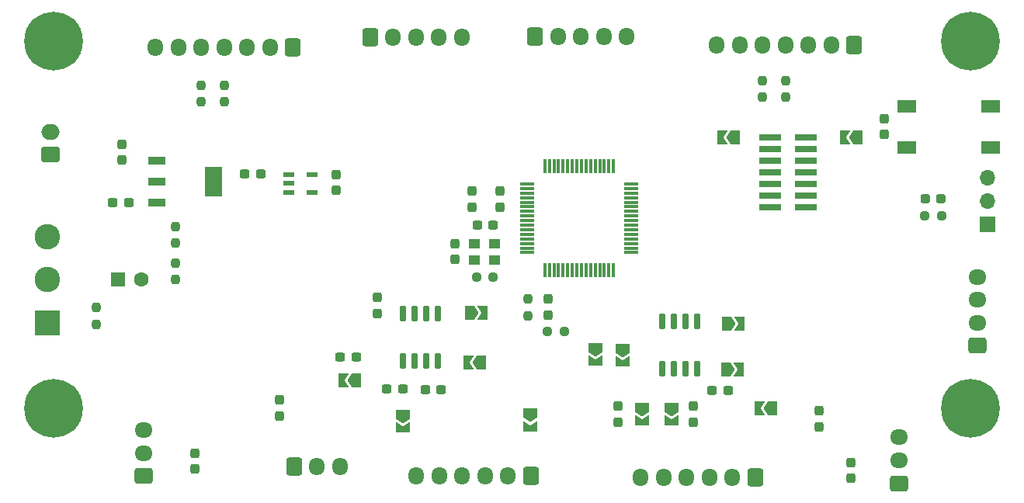
<source format=gbr>
%TF.GenerationSoftware,KiCad,Pcbnew,(6.0.7)*%
%TF.CreationDate,2022-10-27T14:16:22+02:00*%
%TF.ProjectId,Projet,50726f6a-6574-42e6-9b69-6361645f7063,1.0*%
%TF.SameCoordinates,Original*%
%TF.FileFunction,Soldermask,Top*%
%TF.FilePolarity,Negative*%
%FSLAX46Y46*%
G04 Gerber Fmt 4.6, Leading zero omitted, Abs format (unit mm)*
G04 Created by KiCad (PCBNEW (6.0.7)) date 2022-10-27 14:16:22*
%MOMM*%
%LPD*%
G01*
G04 APERTURE LIST*
G04 Aperture macros list*
%AMRoundRect*
0 Rectangle with rounded corners*
0 $1 Rounding radius*
0 $2 $3 $4 $5 $6 $7 $8 $9 X,Y pos of 4 corners*
0 Add a 4 corners polygon primitive as box body*
4,1,4,$2,$3,$4,$5,$6,$7,$8,$9,$2,$3,0*
0 Add four circle primitives for the rounded corners*
1,1,$1+$1,$2,$3*
1,1,$1+$1,$4,$5*
1,1,$1+$1,$6,$7*
1,1,$1+$1,$8,$9*
0 Add four rect primitives between the rounded corners*
20,1,$1+$1,$2,$3,$4,$5,0*
20,1,$1+$1,$4,$5,$6,$7,0*
20,1,$1+$1,$6,$7,$8,$9,0*
20,1,$1+$1,$8,$9,$2,$3,0*%
%AMFreePoly0*
4,1,6,0.500000,-0.750000,-0.650000,-0.750000,-0.150000,0.000000,-0.650000,0.750000,0.500000,0.750000,0.500000,-0.750000,0.500000,-0.750000,$1*%
%AMFreePoly1*
4,1,6,1.000000,0.000000,0.500000,-0.750000,-0.500000,-0.750000,-0.500000,0.750000,0.500000,0.750000,1.000000,0.000000,1.000000,0.000000,$1*%
G04 Aperture macros list end*
%ADD10O,1.950000X1.700000*%
%ADD11RoundRect,0.250000X0.725000X-0.600000X0.725000X0.600000X-0.725000X0.600000X-0.725000X-0.600000X0*%
%ADD12R,2.775000X2.775000*%
%ADD13C,2.775000*%
%ADD14RoundRect,0.237500X0.237500X-0.300000X0.237500X0.300000X-0.237500X0.300000X-0.237500X-0.300000X0*%
%ADD15RoundRect,0.237500X0.237500X-0.250000X0.237500X0.250000X-0.237500X0.250000X-0.237500X-0.250000X0*%
%ADD16RoundRect,0.237500X0.300000X0.237500X-0.300000X0.237500X-0.300000X-0.237500X0.300000X-0.237500X0*%
%ADD17FreePoly0,270.000000*%
%ADD18FreePoly1,270.000000*%
%ADD19R,2.400000X0.740000*%
%ADD20RoundRect,0.237500X-0.237500X0.250000X-0.237500X-0.250000X0.237500X-0.250000X0.237500X0.250000X0*%
%ADD21RoundRect,0.237500X-0.237500X0.300000X-0.237500X-0.300000X0.237500X-0.300000X0.237500X0.300000X0*%
%ADD22RoundRect,0.237500X-0.300000X-0.237500X0.300000X-0.237500X0.300000X0.237500X-0.300000X0.237500X0*%
%ADD23FreePoly1,180.000000*%
%ADD24FreePoly0,180.000000*%
%ADD25RoundRect,0.237500X0.250000X0.237500X-0.250000X0.237500X-0.250000X-0.237500X0.250000X-0.237500X0*%
%ADD26RoundRect,0.250000X0.600000X0.725000X-0.600000X0.725000X-0.600000X-0.725000X0.600000X-0.725000X0*%
%ADD27O,1.700000X1.950000*%
%ADD28FreePoly1,0.000000*%
%ADD29FreePoly0,0.000000*%
%ADD30R,1.300000X1.000000*%
%ADD31RoundRect,0.075000X-0.700000X-0.075000X0.700000X-0.075000X0.700000X0.075000X-0.700000X0.075000X0*%
%ADD32RoundRect,0.075000X-0.075000X-0.700000X0.075000X-0.700000X0.075000X0.700000X-0.075000X0.700000X0*%
%ADD33C,0.800000*%
%ADD34C,6.400000*%
%ADD35R,1.200000X0.600000*%
%ADD36RoundRect,0.150000X0.150000X-0.725000X0.150000X0.725000X-0.150000X0.725000X-0.150000X-0.725000X0*%
%ADD37R,2.100000X1.400000*%
%ADD38RoundRect,0.250000X-0.600000X-0.725000X0.600000X-0.725000X0.600000X0.725000X-0.600000X0.725000X0*%
%ADD39R,1.700000X1.700000*%
%ADD40O,1.700000X1.700000*%
%ADD41R,1.850000X3.200000*%
%ADD42R,1.850000X0.900000*%
%ADD43RoundRect,0.250000X0.750000X-0.600000X0.750000X0.600000X-0.750000X0.600000X-0.750000X-0.600000X0*%
%ADD44O,2.000000X1.700000*%
%ADD45C,1.600000*%
%ADD46R,1.600000X1.600000*%
%ADD47RoundRect,0.237500X0.237500X-0.287500X0.237500X0.287500X-0.237500X0.287500X-0.237500X-0.287500X0*%
%ADD48RoundRect,0.237500X-0.287500X-0.237500X0.287500X-0.237500X0.287500X0.237500X-0.287500X0.237500X0*%
G04 APERTURE END LIST*
D10*
%TO.C,J601*%
X200775000Y-125700000D03*
X200775000Y-128200000D03*
X200775000Y-130700000D03*
D11*
X200775000Y-133200000D03*
%TD*%
D12*
%TO.C,S501*%
X99300000Y-130700000D03*
D13*
X99300000Y-126000000D03*
X99300000Y-121300000D03*
%TD*%
D14*
%TO.C,C204*%
X148650000Y-116337500D03*
X148650000Y-118062500D03*
%TD*%
D15*
%TO.C,R403*%
X116100000Y-106612500D03*
X116100000Y-104787500D03*
%TD*%
%TO.C,R502*%
X113300000Y-122012500D03*
X113300000Y-120187500D03*
%TD*%
D16*
%TO.C,C502*%
X108162500Y-117600000D03*
X106437500Y-117600000D03*
%TD*%
D17*
%TO.C,JP304*%
X167400000Y-141375000D03*
D18*
X167400000Y-139925000D03*
%TD*%
D19*
%TO.C,J201*%
X182000000Y-118110000D03*
X178100000Y-118110000D03*
X182000000Y-116840000D03*
X178100000Y-116840000D03*
X182000000Y-115570000D03*
X178100000Y-115570000D03*
X182000000Y-114300000D03*
X178100000Y-114300000D03*
X182000000Y-113030000D03*
X178100000Y-113030000D03*
X182000000Y-111760000D03*
X178100000Y-111760000D03*
X182000000Y-110490000D03*
X178100000Y-110490000D03*
%TD*%
D20*
%TO.C,R202*%
X151700000Y-128087500D03*
X151700000Y-129912500D03*
%TD*%
D21*
%TO.C,C201*%
X190600000Y-110162500D03*
X190600000Y-108437500D03*
%TD*%
D22*
%TO.C,C304*%
X171800000Y-138100000D03*
X173525000Y-138100000D03*
%TD*%
D23*
%TO.C,JP206*%
X146650000Y-135000000D03*
D24*
X145200000Y-135000000D03*
%TD*%
D25*
%TO.C,R203*%
X146087500Y-125700000D03*
X147912500Y-125700000D03*
%TD*%
D23*
%TO.C,JP210*%
X174300000Y-110500000D03*
D24*
X172850000Y-110500000D03*
%TD*%
D26*
%TO.C,J302*%
X176500000Y-147525000D03*
D27*
X174000000Y-147525000D03*
X171500000Y-147525000D03*
X169000000Y-147525000D03*
X166500000Y-147525000D03*
X164000000Y-147525000D03*
%TD*%
D15*
%TO.C,R402*%
X179800000Y-106112500D03*
X179800000Y-104287500D03*
%TD*%
D28*
%TO.C,JP203*%
X145375000Y-129600000D03*
D29*
X146825000Y-129600000D03*
%TD*%
D15*
%TO.C,R404*%
X118600000Y-106612500D03*
X118600000Y-104787500D03*
%TD*%
D14*
%TO.C,C401*%
X186900000Y-147662500D03*
X186900000Y-145937500D03*
%TD*%
D30*
%TO.C,Y201*%
X145850000Y-123850000D03*
X148050000Y-123850000D03*
X148050000Y-122050000D03*
X145850000Y-122050000D03*
%TD*%
D14*
%TO.C,C308*%
X183500000Y-142025000D03*
X183500000Y-140300000D03*
%TD*%
%TO.C,C402*%
X115400000Y-146662500D03*
X115400000Y-144937500D03*
%TD*%
D26*
%TO.C,J301*%
X152050000Y-147425000D03*
D27*
X149550000Y-147425000D03*
X147050000Y-147425000D03*
X144550000Y-147425000D03*
X142050000Y-147425000D03*
X139550000Y-147425000D03*
%TD*%
D31*
%TO.C,U201*%
X151625000Y-115550000D03*
X151625000Y-116050000D03*
X151625000Y-116550000D03*
X151625000Y-117050000D03*
X151625000Y-117550000D03*
X151625000Y-118050000D03*
X151625000Y-118550000D03*
X151625000Y-119050000D03*
X151625000Y-119550000D03*
X151625000Y-120050000D03*
X151625000Y-120550000D03*
X151625000Y-121050000D03*
X151625000Y-121550000D03*
X151625000Y-122050000D03*
X151625000Y-122550000D03*
X151625000Y-123050000D03*
D32*
X153550000Y-124975000D03*
X154050000Y-124975000D03*
X154550000Y-124975000D03*
X155050000Y-124975000D03*
X155550000Y-124975000D03*
X156050000Y-124975000D03*
X156550000Y-124975000D03*
X157050000Y-124975000D03*
X157550000Y-124975000D03*
X158050000Y-124975000D03*
X158550000Y-124975000D03*
X159050000Y-124975000D03*
X159550000Y-124975000D03*
X160050000Y-124975000D03*
X160550000Y-124975000D03*
X161050000Y-124975000D03*
D31*
X162975000Y-123050000D03*
X162975000Y-122550000D03*
X162975000Y-122050000D03*
X162975000Y-121550000D03*
X162975000Y-121050000D03*
X162975000Y-120550000D03*
X162975000Y-120050000D03*
X162975000Y-119550000D03*
X162975000Y-119050000D03*
X162975000Y-118550000D03*
X162975000Y-118050000D03*
X162975000Y-117550000D03*
X162975000Y-117050000D03*
X162975000Y-116550000D03*
X162975000Y-116050000D03*
X162975000Y-115550000D03*
D32*
X161050000Y-113625000D03*
X160550000Y-113625000D03*
X160050000Y-113625000D03*
X159550000Y-113625000D03*
X159050000Y-113625000D03*
X158550000Y-113625000D03*
X158050000Y-113625000D03*
X157550000Y-113625000D03*
X157050000Y-113625000D03*
X156550000Y-113625000D03*
X156050000Y-113625000D03*
X155550000Y-113625000D03*
X155050000Y-113625000D03*
X154550000Y-113625000D03*
X154050000Y-113625000D03*
X153550000Y-113625000D03*
%TD*%
D25*
%TO.C,R301*%
X155662500Y-131650000D03*
X153837500Y-131650000D03*
%TD*%
D11*
%TO.C,J401*%
X192200000Y-148200000D03*
D10*
X192200000Y-145700000D03*
X192200000Y-143200000D03*
%TD*%
D16*
%TO.C,C503*%
X120837500Y-114500000D03*
X122562500Y-114500000D03*
%TD*%
D33*
%TO.C,H103*%
X200000000Y-137600000D03*
X198302944Y-138302944D03*
X201697056Y-141697056D03*
D34*
X200000000Y-140000000D03*
D33*
X198302944Y-141697056D03*
X201697056Y-138302944D03*
X197600000Y-140000000D03*
X200000000Y-142400000D03*
X202400000Y-140000000D03*
%TD*%
D35*
%TO.C,PS501*%
X125650000Y-114550000D03*
X125650000Y-115500000D03*
X125650000Y-116450000D03*
X128150000Y-116450000D03*
X128150000Y-114550000D03*
%TD*%
D36*
%TO.C,U301*%
X138095000Y-134875000D03*
X139365000Y-134875000D03*
X140635000Y-134875000D03*
X141905000Y-134875000D03*
X141905000Y-129725000D03*
X140635000Y-129725000D03*
X139365000Y-129725000D03*
X138095000Y-129725000D03*
%TD*%
D11*
%TO.C,J404*%
X109775000Y-147400000D03*
D10*
X109775000Y-144900000D03*
X109775000Y-142400000D03*
%TD*%
D18*
%TO.C,JP308*%
X164200000Y-139925000D03*
D17*
X164200000Y-141375000D03*
%TD*%
D28*
%TO.C,JP204*%
X173375000Y-130800000D03*
D29*
X174825000Y-130800000D03*
%TD*%
D15*
%TO.C,R401*%
X177300000Y-104287500D03*
X177300000Y-106112500D03*
%TD*%
D14*
%TO.C,C202*%
X143750000Y-122087500D03*
X143750000Y-123812500D03*
%TD*%
D37*
%TO.C,S201*%
X193050000Y-107077500D03*
X202150000Y-107077500D03*
X193050000Y-111577500D03*
X202150000Y-111577500D03*
%TD*%
D21*
%TO.C,C306*%
X169750000Y-139787500D03*
X169750000Y-141512500D03*
%TD*%
D38*
%TO.C,J303*%
X126200000Y-146400000D03*
D27*
X128700000Y-146400000D03*
X131200000Y-146400000D03*
%TD*%
D39*
%TO.C,J502*%
X201800000Y-119925000D03*
D40*
X201800000Y-117385000D03*
X201800000Y-114845000D03*
%TD*%
D41*
%TO.C,IC501*%
X117400000Y-115300000D03*
D42*
X111200000Y-117600000D03*
X111200000Y-115300000D03*
X111200000Y-113000000D03*
%TD*%
D33*
%TO.C,H104*%
X197600000Y-100000000D03*
X198302944Y-98302944D03*
X198302944Y-101697056D03*
X202400000Y-100000000D03*
X201697056Y-98302944D03*
X200000000Y-97600000D03*
D34*
X200000000Y-100000000D03*
D33*
X201697056Y-101697056D03*
X200000000Y-102400000D03*
%TD*%
D14*
%TO.C,C310*%
X161550000Y-141525000D03*
X161550000Y-139800000D03*
%TD*%
D43*
%TO.C,J501*%
X99675000Y-112350000D03*
D44*
X99675000Y-109850000D03*
%TD*%
D14*
%TO.C,C307*%
X135250000Y-129662500D03*
X135250000Y-127937500D03*
%TD*%
D36*
%TO.C,U302*%
X166395000Y-135675000D03*
X167665000Y-135675000D03*
X168935000Y-135675000D03*
X170205000Y-135675000D03*
X170205000Y-130525000D03*
X168935000Y-130525000D03*
X167665000Y-130525000D03*
X166395000Y-130525000D03*
%TD*%
D33*
%TO.C,H102*%
X100000000Y-137600000D03*
X98302944Y-141697056D03*
X100000000Y-142400000D03*
X102400000Y-140000000D03*
X97600000Y-140000000D03*
X101697056Y-141697056D03*
X98302944Y-138302944D03*
D34*
X100000000Y-140000000D03*
D33*
X101697056Y-138302944D03*
%TD*%
D18*
%TO.C,JP306*%
X152000000Y-140575000D03*
D17*
X152000000Y-142025000D03*
%TD*%
D21*
%TO.C,C504*%
X130800000Y-116262500D03*
X130800000Y-114537500D03*
%TD*%
D22*
%TO.C,C309*%
X136337500Y-137900000D03*
X138062500Y-137900000D03*
%TD*%
D14*
%TO.C,C501*%
X107400000Y-112975000D03*
X107400000Y-111250000D03*
%TD*%
D20*
%TO.C,R501*%
X104600000Y-129037500D03*
X104600000Y-130862500D03*
%TD*%
D16*
%TO.C,C305*%
X132962500Y-134400000D03*
X131237500Y-134400000D03*
%TD*%
D17*
%TO.C,JP602*%
X159100000Y-134850000D03*
D18*
X159100000Y-133400000D03*
%TD*%
D26*
%TO.C,J406*%
X126100000Y-100625000D03*
D27*
X123600000Y-100625000D03*
X121100000Y-100625000D03*
X118600000Y-100625000D03*
X116100000Y-100625000D03*
X113600000Y-100625000D03*
X111100000Y-100625000D03*
%TD*%
D23*
%TO.C,JP209*%
X187725000Y-110500000D03*
D24*
X186275000Y-110500000D03*
%TD*%
D23*
%TO.C,JP307*%
X178425000Y-140000000D03*
D24*
X176975000Y-140000000D03*
%TD*%
D26*
%TO.C,J405*%
X187300000Y-100425000D03*
D27*
X184800000Y-100425000D03*
X182300000Y-100425000D03*
X179800000Y-100425000D03*
X177300000Y-100425000D03*
X174800000Y-100425000D03*
X172300000Y-100425000D03*
%TD*%
D45*
%TO.C,C301*%
X109517621Y-126000000D03*
D46*
X107017621Y-126000000D03*
%TD*%
D28*
%TO.C,JP205*%
X173275000Y-135800000D03*
D29*
X174725000Y-135800000D03*
%TD*%
D23*
%TO.C,JP303*%
X133025000Y-137000000D03*
D24*
X131575000Y-137000000D03*
%TD*%
D22*
%TO.C,C303*%
X140537500Y-138000000D03*
X142262500Y-138000000D03*
%TD*%
D47*
%TO.C,D202*%
X153900000Y-129875000D03*
X153900000Y-128125000D03*
%TD*%
D38*
%TO.C,J403*%
X152500000Y-99500000D03*
D27*
X155000000Y-99500000D03*
X157500000Y-99500000D03*
X160000000Y-99500000D03*
X162500000Y-99500000D03*
%TD*%
D38*
%TO.C,J402*%
X134500000Y-99575000D03*
D27*
X137000000Y-99575000D03*
X139500000Y-99575000D03*
X142000000Y-99575000D03*
X144500000Y-99575000D03*
%TD*%
D15*
%TO.C,R503*%
X113300000Y-126012500D03*
X113300000Y-124187500D03*
%TD*%
D33*
%TO.C,H101*%
X97600000Y-100000000D03*
X101697056Y-98302944D03*
X98302944Y-101697056D03*
X98302944Y-98302944D03*
X101697056Y-101697056D03*
D34*
X100000000Y-100000000D03*
D33*
X100000000Y-97600000D03*
X102400000Y-100000000D03*
X100000000Y-102400000D03*
%TD*%
D21*
%TO.C,C302*%
X124600000Y-139137500D03*
X124600000Y-140862500D03*
%TD*%
D25*
%TO.C,R201*%
X194987500Y-119000000D03*
X196812500Y-119000000D03*
%TD*%
D18*
%TO.C,JP601*%
X162000000Y-133475000D03*
D17*
X162000000Y-134925000D03*
%TD*%
%TO.C,JP305*%
X138100000Y-142125000D03*
D18*
X138100000Y-140675000D03*
%TD*%
D48*
%TO.C,D201*%
X195025000Y-117200000D03*
X196775000Y-117200000D03*
%TD*%
D16*
%TO.C,C203*%
X146187500Y-120050000D03*
X147912500Y-120050000D03*
%TD*%
D14*
%TO.C,C206*%
X145650000Y-118075000D03*
X145650000Y-116350000D03*
%TD*%
M02*

</source>
